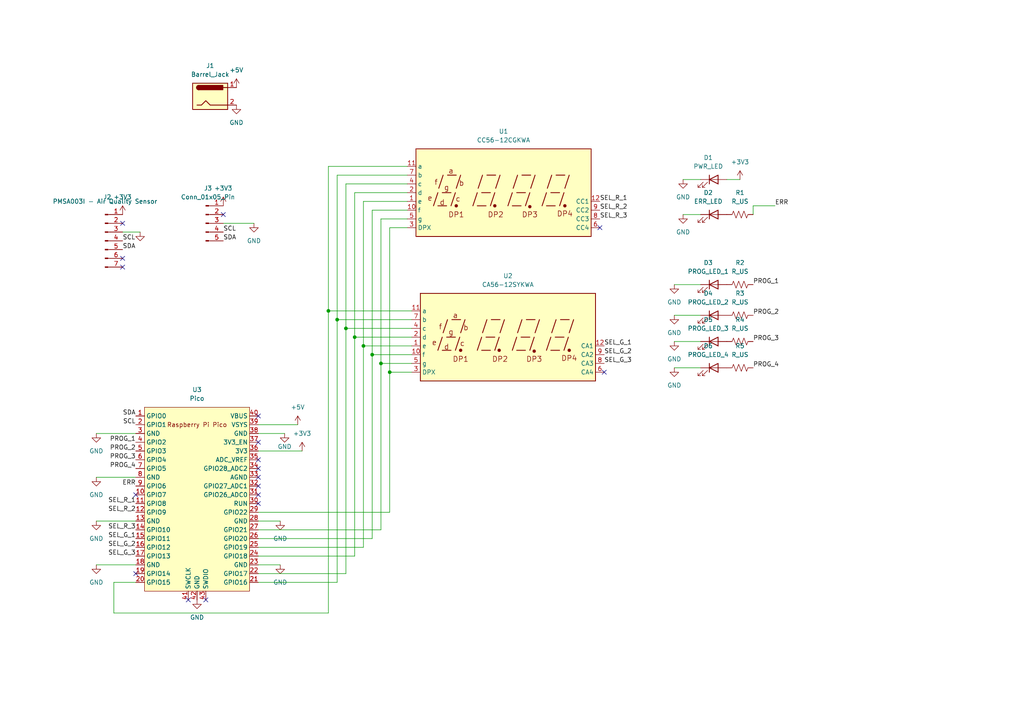
<source format=kicad_sch>
(kicad_sch (version 20230121) (generator eeschema)
  (paper "A4")
  (lib_symbols
    (symbol "Conn_01x07_Pin_1" (pin_names (offset 1.016) hide)
      (property "Reference" "J1" (at 0.635 12.7 0))
      (property "Value" "PMSA003I - Air Quality Sensor" (at 0.635 10.16 0))
      (symbol "Conn_01x07_Pin_1_1_1"
        (polyline (pts (xy 1.27 -7.62) (xy 0.8636 -7.62)) (stroke (width 0.1524)))
        (polyline (pts (xy 1.27 -5.08) (xy 0.8636 -5.08)) (stroke (width 0.1524)))
        (polyline (pts (xy 1.27 -2.54) (xy 0.8636 -2.54)) (stroke (width 0.1524)))
        (polyline (pts (xy 1.27 0) (xy 0.8636 0)) (stroke (width 0.1524)))
        (polyline (pts (xy 1.27 2.54) (xy 0.8636 2.54)) (stroke (width 0.1524)))
        (polyline (pts (xy 1.27 5.08) (xy 0.8636 5.08)) (stroke (width 0.1524)))
        (polyline (pts (xy 1.27 7.62) (xy 0.8636 7.62)) (stroke (width 0.1524)))
        (rectangle (start 0.8636 -7.493) (end 0 -7.747) (stroke (width 0.1524)) (fill (type outline)))
        (rectangle (start 0.8636 -4.953) (end 0 -5.207) (stroke (width 0.1524)) (fill (type outline)))
        (rectangle (start 0.8636 -2.413) (end 0 -2.667) (stroke (width 0.1524)) (fill (type outline)))
        (rectangle (start 0.8636 0.127) (end 0 -0.127) (stroke (width 0.1524)) (fill (type outline)))
        (rectangle (start 0.8636 2.667) (end 0 2.413) (stroke (width 0.1524)) (fill (type outline)))
        (rectangle (start 0.8636 5.207) (end 0 4.953) (stroke (width 0.1524)) (fill (type outline)))
        (rectangle (start 0.8636 7.747) (end 0 7.493) (stroke (width 0.1524)) (fill (type outline)))
        (pin passive line (at 5.08 7.62 180) (length 3.81) (name "VIN") (number "1"))
        (pin passive line (at 5.08 5.08 180) (length 3.81) (name "3Vo") (number "2"))
        (pin passive line (at 5.08 2.54 180) (length 3.81) (name "GND") (number "3"))
        (pin passive line (at 5.08 0 180) (length 3.81) (name "SCL") (number "4"))
        (pin passive line (at 5.08 -2.54 180) (length 3.81) (name "SDA") (number "5"))
        (pin passive line (at 5.08 -5.08 180) (length 3.81) (name "RST") (number "6"))
        (pin passive line (at 5.08 -7.62 180) (length 3.81) (name "SET") (number "7"))
      )
    )
    (symbol "Connector:Barrel_Jack" (pin_names (offset 1.016))
      (property "Reference" "J" (at 0 5.334 0))
      (property "Value" "Barrel_Jack" (at 0 -5.08 0))
      (symbol "Barrel_Jack_0_1"
        (rectangle (start -5.08 3.81) (end 5.08 -3.81) (stroke (width 0.254)) (fill (type background)))
        (arc (start -3.302 3.175) (mid -3.9343 2.54) (end -3.302 1.905) (stroke (width 0.254)))
        (arc (start -3.302 3.175) (mid -3.9343 2.54) (end -3.302 1.905) (stroke (width 0.254)) (fill (type outline)))
        (polyline (pts (xy 5.08 2.54) (xy 3.81 2.54)) (stroke (width 0.254)))
        (polyline (pts (xy -3.81 -2.54) (xy -2.54 -2.54) (xy -1.27 -1.27) (xy 0 -2.54) (xy 2.54 -2.54) (xy 5.08 -2.54)) (stroke (width 0.254)))
        (rectangle (start 3.683 3.175) (end -3.302 1.905) (stroke (width 0.254)) (fill (type outline)))
      )
      (symbol "Barrel_Jack_1_1"
        (pin passive line (at 7.62 2.54 180) (length 2.54) (name "~") (number "1"))
        (pin passive line (at 7.62 -2.54 180) (length 2.54) (name "~") (number "2"))
      )
    )
    (symbol "Connector:Conn_01x05_Pin" (pin_names (offset 1.016) hide)
      (property "Reference" "J" (at 0 7.62 0))
      (property "Value" "Conn_01x05_Pin" (at 0 -7.62 0))
      (symbol "Conn_01x05_Pin_1_1"
        (polyline (pts (xy 1.27 -5.08) (xy 0.8636 -5.08)) (stroke (width 0.1524)))
        (polyline (pts (xy 1.27 -2.54) (xy 0.8636 -2.54)) (stroke (width 0.1524)))
        (polyline (pts (xy 1.27 0) (xy 0.8636 0)) (stroke (width 0.1524)))
        (polyline (pts (xy 1.27 2.54) (xy 0.8636 2.54)) (stroke (width 0.1524)))
        (polyline (pts (xy 1.27 5.08) (xy 0.8636 5.08)) (stroke (width 0.1524)))
        (rectangle (start 0.8636 -4.953) (end 0 -5.207) (stroke (width 0.1524)) (fill (type outline)))
        (rectangle (start 0.8636 -2.413) (end 0 -2.667) (stroke (width 0.1524)) (fill (type outline)))
        (rectangle (start 0.8636 0.127) (end 0 -0.127) (stroke (width 0.1524)) (fill (type outline)))
        (rectangle (start 0.8636 2.667) (end 0 2.413) (stroke (width 0.1524)) (fill (type outline)))
        (rectangle (start 0.8636 5.207) (end 0 4.953) (stroke (width 0.1524)) (fill (type outline)))
        (pin passive line (at 5.08 5.08 180) (length 3.81) (name "Pin_1") (number "1"))
        (pin passive line (at 5.08 2.54 180) (length 3.81) (name "Pin_2") (number "2"))
        (pin passive line (at 5.08 0 180) (length 3.81) (name "Pin_3") (number "3"))
        (pin passive line (at 5.08 -2.54 180) (length 3.81) (name "Pin_4") (number "4"))
        (pin passive line (at 5.08 -5.08 180) (length 3.81) (name "Pin_5") (number "5"))
      )
    )
    (symbol "Device:LED" (pin_numbers hide) (pin_names (offset 1.016) hide)
      (property "Reference" "D" (at 0 2.54 0))
      (property "Value" "LED" (at 0 -2.54 0))
      (symbol "LED_0_1"
        (polyline (pts (xy -1.27 -1.27) (xy -1.27 1.27)) (stroke (width 0.254)))
        (polyline (pts (xy -1.27 0) (xy 1.27 0)))
        (polyline (pts (xy 1.27 -1.27) (xy 1.27 1.27) (xy -1.27 0) (xy 1.27 -1.27)) (stroke (width 0.254)))
        (polyline (pts (xy -3.048 -0.762) (xy -4.572 -2.286) (xy -3.81 -2.286) (xy -4.572 -2.286) (xy -4.572 -1.524)))
        (polyline (pts (xy -1.778 -0.762) (xy -3.302 -2.286) (xy -2.54 -2.286) (xy -3.302 -2.286) (xy -3.302 -1.524)))
      )
      (symbol "LED_1_1"
        (pin passive line (at -3.81 0 0) (length 2.54) (name "K") (number "1"))
        (pin passive line (at 3.81 0 180) (length 2.54) (name "A") (number "2"))
      )
    )
    (symbol "Device:R_US" (pin_numbers hide) (pin_names (offset 0))
      (property "Reference" "R" (at 2.54 0 90))
      (property "Value" "R_US" (at -2.54 0 90))
      (symbol "R_US_0_1"
        (polyline (pts (xy 0 -2.286) (xy 0 -2.54)))
        (polyline (pts (xy 0 2.286) (xy 0 2.54)))
        (polyline (pts (xy 0 -0.762) (xy 1.016 -1.143) (xy 0 -1.524) (xy -1.016 -1.905) (xy 0 -2.286)))
        (polyline (pts (xy 0 0.762) (xy 1.016 0.381) (xy 0 0) (xy -1.016 -0.381) (xy 0 -0.762)))
        (polyline (pts (xy 0 2.286) (xy 1.016 1.905) (xy 0 1.524) (xy -1.016 1.143) (xy 0 0.762)))
      )
      (symbol "R_US_1_1"
        (pin passive line (at 0 3.81 270) (length 1.27) (name "~") (number "1"))
        (pin passive line (at 0 -3.81 90) (length 1.27) (name "~") (number "2"))
      )
    )
    (symbol "Display_Character:CA56-12SYKWA"
      (property "Reference" "U" (at -24.13 13.97 0))
      (property "Value" "CA56-12SYKWA" (at 17.78 13.97 0))
      (symbol "CA56-12SYKWA_0_0"
        (rectangle (start -25.4 12.7) (end 25.4 -12.7) (stroke (width 0.254)) (fill (type background)))
        (polyline (pts (xy -20.32 -3.81) (xy -19.05 0)) (stroke (width 0.254)))
        (polyline (pts (xy -19.05 -3.81) (xy -16.51 -3.81)) (stroke (width 0.254)))
        (polyline (pts (xy -18.796 1.27) (xy -17.526 5.08)) (stroke (width 0.254)))
        (polyline (pts (xy -17.78 0) (xy -15.24 0)) (stroke (width 0.254)))
        (polyline (pts (xy -16.256 5.08) (xy -13.716 5.08)) (stroke (width 0.254)))
        (polyline (pts (xy -15.24 -3.81) (xy -13.97 0)) (stroke (width 0.254)))
        (polyline (pts (xy -13.716 1.27) (xy -12.446 5.08)) (stroke (width 0.254)))
        (polyline (pts (xy -8.89 -3.81) (xy -7.62 0)) (stroke (width 0.254)))
        (polyline (pts (xy -7.62 -3.81) (xy -5.08 -3.81)) (stroke (width 0.254)))
        (polyline (pts (xy -7.366 1.27) (xy -6.096 5.08)) (stroke (width 0.254)))
        (polyline (pts (xy -6.35 0) (xy -3.81 0)) (stroke (width 0.254)))
        (polyline (pts (xy -4.826 5.08) (xy -2.286 5.08)) (stroke (width 0.254)))
        (polyline (pts (xy -3.81 -3.81) (xy -2.54 0)) (stroke (width 0.254)))
        (polyline (pts (xy -2.286 1.27) (xy -1.016 5.08)) (stroke (width 0.254)))
        (polyline (pts (xy 1.27 -3.81) (xy 2.54 0)) (stroke (width 0.254)))
        (polyline (pts (xy 2.54 -3.81) (xy 5.08 -3.81)) (stroke (width 0.254)))
        (polyline (pts (xy 2.794 1.27) (xy 4.064 5.08)) (stroke (width 0.254)))
        (polyline (pts (xy 3.81 0) (xy 6.35 0)) (stroke (width 0.254)))
        (polyline (pts (xy 5.334 5.08) (xy 7.874 5.08)) (stroke (width 0.254)))
        (polyline (pts (xy 6.35 -3.81) (xy 7.62 0)) (stroke (width 0.254)))
        (polyline (pts (xy 7.874 1.27) (xy 9.144 5.08)) (stroke (width 0.254)))
        (polyline (pts (xy 11.176 -3.81) (xy 12.446 0)) (stroke (width 0.254)))
        (polyline (pts (xy 12.446 -3.81) (xy 14.986 -3.81)) (stroke (width 0.254)))
        (polyline (pts (xy 12.7 1.27) (xy 13.97 5.08)) (stroke (width 0.254)))
        (polyline (pts (xy 13.716 0) (xy 16.256 0)) (stroke (width 0.254)))
        (polyline (pts (xy 15.24 5.08) (xy 17.78 5.08)) (stroke (width 0.254)))
        (polyline (pts (xy 16.256 -3.81) (xy 17.526 0)) (stroke (width 0.254)))
        (polyline (pts (xy 17.78 1.27) (xy 19.05 5.08)) (stroke (width 0.254)))
        (text "a" (at -15.24 6.35 0) (effects (font (size 1.524 1.524))))
        (text "b" (at -12.192 2.794 0) (effects (font (size 1.524 1.524))))
        (text "c" (at -13.208 -1.778 0) (effects (font (size 1.524 1.524))))
        (text "d" (at -17.78 -2.794 0) (effects (font (size 1.524 1.524))))
        (text "DP1" (at -13.716 -6.35 0) (effects (font (size 1.524 1.524))))
        (text "DP2" (at -2.286 -6.35 0) (effects (font (size 1.524 1.524))))
        (text "DP3" (at 7.62 -6.35 0) (effects (font (size 1.524 1.524))))
        (text "DP4" (at 17.78 -6.096 0) (effects (font (size 1.524 1.524))))
        (text "e" (at -21.336 -1.524 0) (effects (font (size 1.524 1.524))))
        (text "f" (at -19.558 3.048 0) (effects (font (size 1.524 1.524))))
        (text "g" (at -16.51 1.524 0) (effects (font (size 1.524 1.524))))
      )
      (symbol "CA56-12SYKWA_0_1"
        (circle (center -13.716 -3.81) (radius 0.3556) (stroke (width 0.254)) (fill (type outline)))
        (circle (center -2.54 -3.81) (radius 0.3556) (stroke (width 0.254)) (fill (type outline)))
      )
      (symbol "CA56-12SYKWA_1_0"
        (circle (center 7.62 -4.064) (radius 0.3556) (stroke (width 0.254)) (fill (type outline)))
        (circle (center 17.78 -3.81) (radius 0.3556) (stroke (width 0.254)) (fill (type outline)))
      )
      (symbol "CA56-12SYKWA_1_1"
        (pin input line (at -27.94 -2.54 0) (length 2.54) (name "e") (number "1"))
        (pin input line (at -27.94 -5.08 0) (length 2.54) (name "f") (number "10"))
        (pin input line (at -27.94 7.62 0) (length 2.54) (name "a") (number "11"))
        (pin input line (at 27.94 -2.54 180) (length 2.54) (name "CA1") (number "12"))
        (pin input line (at -27.94 0 0) (length 2.54) (name "d") (number "2"))
        (pin input line (at -27.94 -10.16 0) (length 2.54) (name "DPX") (number "3"))
        (pin input line (at -27.94 2.54 0) (length 2.54) (name "c") (number "4"))
        (pin input line (at -27.94 -7.62 0) (length 2.54) (name "g") (number "5"))
        (pin input line (at 27.94 -10.16 180) (length 2.54) (name "CA4") (number "6"))
        (pin input line (at -27.94 5.08 0) (length 2.54) (name "b") (number "7"))
        (pin input line (at 27.94 -7.62 180) (length 2.54) (name "CA3") (number "8"))
        (pin input line (at 27.94 -5.08 180) (length 2.54) (name "CA2") (number "9"))
      )
    )
    (symbol "Display_Character:CC56-12CGKWA"
      (property "Reference" "U" (at -24.13 13.97 0))
      (property "Value" "CC56-12CGKWA" (at 17.78 13.97 0))
      (symbol "CC56-12CGKWA_0_0"
        (rectangle (start -25.4 12.7) (end 25.4 -12.7) (stroke (width 0.254)) (fill (type background)))
        (polyline (pts (xy -20.32 -3.81) (xy -19.05 0)) (stroke (width 0.254)))
        (polyline (pts (xy -19.05 -3.81) (xy -16.51 -3.81)) (stroke (width 0.254)))
        (polyline (pts (xy -18.796 1.27) (xy -17.526 5.08)) (stroke (width 0.254)))
        (polyline (pts (xy -17.78 0) (xy -15.24 0)) (stroke (width 0.254)))
        (polyline (pts (xy -16.256 5.08) (xy -13.716 5.08)) (stroke (width 0.254)))
        (polyline (pts (xy -15.24 -3.81) (xy -13.97 0)) (stroke (width 0.254)))
        (polyline (pts (xy -13.716 1.27) (xy -12.446 5.08)) (stroke (width 0.254)))
        (polyline (pts (xy -8.89 -3.81) (xy -7.62 0)) (stroke (width 0.254)))
        (polyline (pts (xy -7.62 -3.81) (xy -5.08 -3.81)) (stroke (width 0.254)))
        (polyline (pts (xy -7.366 1.27) (xy -6.096 5.08)) (stroke (width 0.254)))
        (polyline (pts (xy -6.35 0) (xy -3.81 0)) (stroke (width 0.254)))
        (polyline (pts (xy -4.826 5.08) (xy -2.286 5.08)) (stroke (width 0.254)))
        (polyline (pts (xy -3.81 -3.81) (xy -2.54 0)) (stroke (width 0.254)))
        (polyline (pts (xy -2.286 1.27) (xy -1.016 5.08)) (stroke (width 0.254)))
        (polyline (pts (xy 1.27 -3.81) (xy 2.54 0)) (stroke (width 0.254)))
        (polyline (pts (xy 2.54 -3.81) (xy 5.08 -3.81)) (stroke (width 0.254)))
        (polyline (pts (xy 2.794 1.27) (xy 4.064 5.08)) (stroke (width 0.254)))
        (polyline (pts (xy 3.81 0) (xy 6.35 0)) (stroke (width 0.254)))
        (polyline (pts (xy 5.334 5.08) (xy 7.874 5.08)) (stroke (width 0.254)))
        (polyline (pts (xy 6.35 -3.81) (xy 7.62 0)) (stroke (width 0.254)))
        (polyline (pts (xy 7.874 1.27) (xy 9.144 5.08)) (stroke (width 0.254)))
        (polyline (pts (xy 11.176 -3.81) (xy 12.446 0)) (stroke (width 0.254)))
        (polyline (pts (xy 12.446 -3.81) (xy 14.986 -3.81)) (stroke (width 0.254)))
        (polyline (pts (xy 12.7 1.27) (xy 13.97 5.08)) (stroke (width 0.254)))
        (polyline (pts (xy 13.716 0) (xy 16.256 0)) (stroke (width 0.254)))
        (polyline (pts (xy 15.24 5.08) (xy 17.78 5.08)) (stroke (width 0.254)))
        (polyline (pts (xy 16.256 -3.81) (xy 17.526 0)) (stroke (width 0.254)))
        (polyline (pts (xy 17.78 1.27) (xy 19.05 5.08)) (stroke (width 0.254)))
        (text "a" (at -15.24 6.35 0) (effects (font (size 1.524 1.524))))
        (text "b" (at -12.192 2.794 0) (effects (font (size 1.524 1.524))))
        (text "c" (at -13.208 -1.778 0) (effects (font (size 1.524 1.524))))
        (text "d" (at -17.78 -2.794 0) (effects (font (size 1.524 1.524))))
        (text "DP1" (at -13.716 -6.35 0) (effects (font (size 1.524 1.524))))
        (text "DP2" (at -2.286 -6.35 0) (effects (font (size 1.524 1.524))))
        (text "DP3" (at 7.62 -6.35 0) (effects (font (size 1.524 1.524))))
        (text "DP4" (at 17.78 -6.096 0) (effects (font (size 1.524 1.524))))
        (text "e" (at -21.336 -1.524 0) (effects (font (size 1.524 1.524))))
        (text "f" (at -19.558 3.048 0) (effects (font (size 1.524 1.524))))
        (text "g" (at -16.51 1.524 0) (effects (font (size 1.524 1.524))))
      )
      (symbol "CC56-12CGKWA_0_1"
        (circle (center -13.716 -3.81) (radius 0.3556) (stroke (width 0.254)) (fill (type outline)))
        (circle (center -2.54 -3.81) (radius 0.3556) (stroke (width 0.254)) (fill (type outline)))
      )
      (symbol "CC56-12CGKWA_1_0"
        (circle (center 7.62 -4.064) (radius 0.3556) (stroke (width 0.254)) (fill (type outline)))
        (circle (center 17.78 -3.81) (radius 0.3556) (stroke (width 0.254)) (fill (type outline)))
      )
      (symbol "CC56-12CGKWA_1_1"
        (pin input line (at -27.94 -2.54 0) (length 2.54) (name "e") (number "1"))
        (pin input line (at -27.94 -5.08 0) (length 2.54) (name "f") (number "10"))
        (pin input line (at -27.94 7.62 0) (length 2.54) (name "a") (number "11"))
        (pin input line (at 27.94 -2.54 180) (length 2.54) (name "CC1") (number "12"))
        (pin input line (at -27.94 0 0) (length 2.54) (name "d") (number "2"))
        (pin input line (at -27.94 -10.16 0) (length 2.54) (name "DPX") (number "3"))
        (pin input line (at -27.94 2.54 0) (length 2.54) (name "c") (number "4"))
        (pin input line (at -27.94 -7.62 0) (length 2.54) (name "g") (number "5"))
        (pin input line (at 27.94 -10.16 180) (length 2.54) (name "CC4") (number "6"))
        (pin input line (at -27.94 5.08 0) (length 2.54) (name "b") (number "7"))
        (pin input line (at 27.94 -7.62 180) (length 2.54) (name "CC3") (number "8"))
        (pin input line (at 27.94 -5.08 180) (length 2.54) (name "CC2") (number "9"))
      )
    )
    (symbol "MCU_RaspberryPi_and_Boards:Pico"
      (property "Reference" "U" (at -13.97 27.94 0))
      (property "Value" "Pico" (at 0 19.05 0))
      (symbol "Pico_0_0"
        (text "Raspberry Pi Pico" (at 0 21.59 0) (effects (font (size 1.27 1.27))))
      )
      (symbol "Pico_0_1"
        (rectangle (start -15.24 26.67) (end 15.24 -26.67) (fill (type background)))
      )
      (symbol "Pico_1_1"
        (pin bidirectional line (at -17.78 24.13 0) (length 2.54) (name "GPIO0") (number "1"))
        (pin bidirectional line (at -17.78 1.27 0) (length 2.54) (name "GPIO7") (number "10"))
        (pin bidirectional line (at -17.78 -1.27 0) (length 2.54) (name "GPIO8") (number "11"))
        (pin bidirectional line (at -17.78 -3.81 0) (length 2.54) (name "GPIO9") (number "12"))
        (pin power_in line (at -17.78 -6.35 0) (length 2.54) (name "GND") (number "13"))
        (pin bidirectional line (at -17.78 -8.89 0) (length 2.54) (name "GPIO10") (number "14"))
        (pin bidirectional line (at -17.78 -11.43 0) (length 2.54) (name "GPIO11") (number "15"))
        (pin bidirectional line (at -17.78 -13.97 0) (length 2.54) (name "GPIO12") (number "16"))
        (pin bidirectional line (at -17.78 -16.51 0) (length 2.54) (name "GPIO13") (number "17"))
        (pin power_in line (at -17.78 -19.05 0) (length 2.54) (name "GND") (number "18"))
        (pin bidirectional line (at -17.78 -21.59 0) (length 2.54) (name "GPIO14") (number "19"))
        (pin bidirectional line (at -17.78 21.59 0) (length 2.54) (name "GPIO1") (number "2"))
        (pin bidirectional line (at -17.78 -24.13 0) (length 2.54) (name "GPIO15") (number "20"))
        (pin bidirectional line (at 17.78 -24.13 180) (length 2.54) (name "GPIO16") (number "21"))
        (pin bidirectional line (at 17.78 -21.59 180) (length 2.54) (name "GPIO17") (number "22"))
        (pin power_in line (at 17.78 -19.05 180) (length 2.54) (name "GND") (number "23"))
        (pin bidirectional line (at 17.78 -16.51 180) (length 2.54) (name "GPIO18") (number "24"))
        (pin bidirectional line (at 17.78 -13.97 180) (length 2.54) (name "GPIO19") (number "25"))
        (pin bidirectional line (at 17.78 -11.43 180) (length 2.54) (name "GPIO20") (number "26"))
        (pin bidirectional line (at 17.78 -8.89 180) (length 2.54) (name "GPIO21") (number "27"))
        (pin power_in line (at 17.78 -6.35 180) (length 2.54) (name "GND") (number "28"))
        (pin bidirectional line (at 17.78 -3.81 180) (length 2.54) (name "GPIO22") (number "29"))
        (pin power_in line (at -17.78 19.05 0) (length 2.54) (name "GND") (number "3"))
        (pin input line (at 17.78 -1.27 180) (length 2.54) (name "RUN") (number "30"))
        (pin bidirectional line (at 17.78 1.27 180) (length 2.54) (name "GPIO26_ADC0") (number "31"))
        (pin bidirectional line (at 17.78 3.81 180) (length 2.54) (name "GPIO27_ADC1") (number "32"))
        (pin power_in line (at 17.78 6.35 180) (length 2.54) (name "AGND") (number "33"))
        (pin bidirectional line (at 17.78 8.89 180) (length 2.54) (name "GPIO28_ADC2") (number "34"))
        (pin power_in line (at 17.78 11.43 180) (length 2.54) (name "ADC_VREF") (number "35"))
        (pin power_in line (at 17.78 13.97 180) (length 2.54) (name "3V3") (number "36"))
        (pin input line (at 17.78 16.51 180) (length 2.54) (name "3V3_EN") (number "37"))
        (pin bidirectional line (at 17.78 19.05 180) (length 2.54) (name "GND") (number "38"))
        (pin power_in line (at 17.78 21.59 180) (length 2.54) (name "VSYS") (number "39"))
        (pin bidirectional line (at -17.78 16.51 0) (length 2.54) (name "GPIO2") (number "4"))
        (pin power_in line (at 17.78 24.13 180) (length 2.54) (name "VBUS") (number "40"))
        (pin input line (at -2.54 -29.21 90) (length 2.54) (name "SWCLK") (number "41"))
        (pin power_in line (at 0 -29.21 90) (length 2.54) (name "GND") (number "42"))
        (pin bidirectional line (at 2.54 -29.21 90) (length 2.54) (name "SWDIO") (number "43"))
        (pin bidirectional line (at -17.78 13.97 0) (length 2.54) (name "GPIO3") (number "5"))
        (pin bidirectional line (at -17.78 11.43 0) (length 2.54) (name "GPIO4") (number "6"))
        (pin bidirectional line (at -17.78 8.89 0) (length 2.54) (name "GPIO5") (number "7"))
        (pin power_in line (at -17.78 6.35 0) (length 2.54) (name "GND") (number "8"))
        (pin bidirectional line (at -17.78 3.81 0) (length 2.54) (name "GPIO6") (number "9"))
      )
    )
    (symbol "power:+3V3" (power) (pin_names (offset 0))
      (property "Value" "+3V3" (at 0 3.556 0))
      (symbol "+3V3_0_1"
        (polyline (pts (xy -0.762 1.27) (xy 0 2.54)))
        (polyline (pts (xy 0 0) (xy 0 2.54)))
        (polyline (pts (xy 0 2.54) (xy 0.762 1.27)))
      )
      (symbol "+3V3_1_1"
        (pin power_in line (at 0 0 90) (length 0) hide (name "+3V3") (number "1"))
      )
    )
    (symbol "power:+5V" (power) (pin_names (offset 0))
      (property "Value" "+5V" (at 0 3.556 0))
      (symbol "+5V_0_1"
        (polyline (pts (xy -0.762 1.27) (xy 0 2.54)))
        (polyline (pts (xy 0 0) (xy 0 2.54)))
        (polyline (pts (xy 0 2.54) (xy 0.762 1.27)))
      )
      (symbol "+5V_1_1"
        (pin power_in line (at 0 0 90) (length 0) hide (name "+5V") (number "1"))
      )
    )
    (symbol "power:GND" (power) (pin_names (offset 0))
      (property "Value" "GND" (at 0 -3.81 0))
      (symbol "GND_0_1"
        (polyline (pts (xy 0 0) (xy 0 -1.27) (xy 1.27 -1.27) (xy 0 -2.54) (xy -1.27 -1.27) (xy 0 -1.27)))
      )
      (symbol "GND_1_1"
        (pin power_in line (at 0 0 270) (length 0) hide (name "GND") (number "1"))
      )
    )
  )
  (junction (at 100.33 95.25))
  (junction (at 97.79 92.71))
  (junction (at 113.03 107.95))
  (junction (at 105.41 100.33))
  (junction (at 110.49 105.41))
  (junction (at 95.25 90.17))
  (junction (at 102.87 97.79))
  (junction (at 107.95 102.87))
  (no_connect (at 74.93 140.97))
  (no_connect (at 64.77 62.23))
  (no_connect (at 35.56 74.93))
  (no_connect (at 74.93 120.65))
  (no_connect (at 35.56 64.77))
  (no_connect (at 74.93 143.51))
  (no_connect (at 39.37 143.51))
  (no_connect (at 39.37 166.37))
  (no_connect (at 74.93 135.89))
  (no_connect (at 54.61 173.99))
  (no_connect (at 59.69 173.99))
  (no_connect (at 173.99 66.04))
  (no_connect (at 74.93 128.27))
  (no_connect (at 35.56 77.47))
  (no_connect (at 74.93 146.05))
  (no_connect (at 175.26 107.95))
  (no_connect (at 74.93 133.35))
  (no_connect (at 74.93 138.43))
  (wire (pts (xy 218.44 59.69) (xy 218.44 62.23)))
  (wire (pts (xy 110.49 105.41) (xy 110.49 153.67)))
  (wire (pts (xy 102.87 55.88) (xy 118.11 55.88)))
  (wire (pts (xy 100.33 95.25) (xy 100.33 166.37)))
  (wire (pts (xy 119.38 97.79) (xy 102.87 97.79)))
  (wire (pts (xy 97.79 168.91) (xy 74.93 168.91)))
  (wire (pts (xy 95.25 90.17) (xy 95.25 48.26)))
  (wire (pts (xy 107.95 60.96) (xy 118.11 60.96)))
  (wire (pts (xy 95.25 177.8) (xy 33.02 177.8)))
  (wire (pts (xy 118.11 66.04) (xy 113.03 66.04)))
  (wire (pts (xy 74.93 163.83) (xy 81.28 163.83)))
  (wire (pts (xy 210.82 52.07) (xy 214.63 52.07)))
  (wire (pts (xy 110.49 153.67) (xy 74.93 153.67)))
  (wire (pts (xy 97.79 92.71) (xy 97.79 168.91)))
  (wire (pts (xy 113.03 66.04) (xy 113.03 107.95)))
  (wire (pts (xy 224.79 59.69) (xy 218.44 59.69)))
  (wire (pts (xy 27.94 151.13) (xy 39.37 151.13)))
  (wire (pts (xy 105.41 100.33) (xy 105.41 158.75)))
  (wire (pts (xy 105.41 100.33) (xy 105.41 58.42)))
  (wire (pts (xy 95.25 90.17) (xy 95.25 177.8)))
  (wire (pts (xy 35.56 67.31) (xy 40.64 67.31)))
  (wire (pts (xy 95.25 48.26) (xy 118.11 48.26)))
  (wire (pts (xy 107.95 156.21) (xy 74.93 156.21)))
  (wire (pts (xy 195.58 106.68) (xy 203.2 106.68)))
  (wire (pts (xy 74.93 130.81) (xy 87.63 130.81)))
  (wire (pts (xy 105.41 158.75) (xy 74.93 158.75)))
  (wire (pts (xy 97.79 50.8) (xy 118.11 50.8)))
  (wire (pts (xy 119.38 90.17) (xy 95.25 90.17)))
  (wire (pts (xy 119.38 92.71) (xy 97.79 92.71)))
  (wire (pts (xy 74.93 125.73) (xy 82.55 125.73)))
  (wire (pts (xy 110.49 63.5) (xy 118.11 63.5)))
  (wire (pts (xy 113.03 148.59) (xy 74.93 148.59)))
  (wire (pts (xy 195.58 99.06) (xy 203.2 99.06)))
  (wire (pts (xy 74.93 123.19) (xy 86.36 123.19)))
  (wire (pts (xy 33.02 177.8) (xy 33.02 168.91)))
  (wire (pts (xy 195.58 91.44) (xy 203.2 91.44)))
  (wire (pts (xy 119.38 102.87) (xy 107.95 102.87)))
  (wire (pts (xy 102.87 97.79) (xy 102.87 55.88)))
  (wire (pts (xy 195.58 82.55) (xy 203.2 82.55)))
  (wire (pts (xy 198.12 52.07) (xy 203.2 52.07)))
  (wire (pts (xy 27.94 138.43) (xy 39.37 138.43)))
  (wire (pts (xy 97.79 92.71) (xy 97.79 50.8)))
  (wire (pts (xy 102.87 97.79) (xy 102.87 161.29)))
  (wire (pts (xy 110.49 105.41) (xy 110.49 63.5)))
  (wire (pts (xy 113.03 107.95) (xy 113.03 148.59)))
  (wire (pts (xy 27.94 125.73) (xy 39.37 125.73)))
  (wire (pts (xy 119.38 95.25) (xy 100.33 95.25)))
  (wire (pts (xy 27.94 163.83) (xy 39.37 163.83)))
  (wire (pts (xy 64.77 64.77) (xy 73.66 64.77)))
  (wire (pts (xy 33.02 168.91) (xy 39.37 168.91)))
  (wire (pts (xy 113.03 107.95) (xy 119.38 107.95)))
  (wire (pts (xy 107.95 102.87) (xy 107.95 156.21)))
  (wire (pts (xy 100.33 166.37) (xy 74.93 166.37)))
  (wire (pts (xy 100.33 53.34) (xy 118.11 53.34)))
  (wire (pts (xy 105.41 58.42) (xy 118.11 58.42)))
  (wire (pts (xy 119.38 100.33) (xy 105.41 100.33)))
  (wire (pts (xy 102.87 161.29) (xy 74.93 161.29)))
  (wire (pts (xy 74.93 151.13) (xy 81.28 151.13)))
  (wire (pts (xy 107.95 102.87) (xy 107.95 60.96)))
  (wire (pts (xy 198.12 62.23) (xy 203.2 62.23)))
  (wire (pts (xy 100.33 95.25) (xy 100.33 53.34)))
  (wire (pts (xy 119.38 105.41) (xy 110.49 105.41)))
  (label "PROG_4" (at 39.37 135.89 180))
  (label "SCL" (at 64.77 67.31 0))
  (label "SEL_R_2" (at 39.37 148.59 180))
  (label "PROG_1" (at 218.44 82.55 0))
  (label "SEL_G_3" (at 39.37 161.29 180))
  (label "SDA" (at 39.37 120.65 180))
  (label "PROG_3" (at 218.44 99.06 0))
  (label "PROG_3" (at 39.37 133.35 180))
  (label "SDA" (at 64.77 69.85 0))
  (label "SEL_R_3" (at 173.99 63.5 0))
  (label "PROG_4" (at 218.44 106.68 0))
  (label "ERR" (at 39.37 140.97 180))
  (label "SEL_G_3" (at 175.26 105.41 0))
  (label "SEL_G_2" (at 39.37 158.75 180))
  (label "PROG_2" (at 39.37 130.81 180))
  (label "SCL" (at 35.56 69.85 0))
  (label "SEL_G_1" (at 39.37 156.21 180))
  (label "SDA" (at 35.56 72.39 0))
  (label "SEL_G_2" (at 175.26 102.87 0))
  (label "SEL_R_2" (at 173.99 60.96 0))
  (label "PROG_1" (at 39.37 128.27 180))
  (label "SEL_G_1" (at 175.26 100.33 0))
  (label "PROG_2" (at 218.44 91.44 0))
  (label "SCL" (at 39.37 123.19 180))
  (label "SEL_R_3" (at 39.37 153.67 180))
  (label "SEL_R_1" (at 39.37 146.05 180))
  (label "SEL_R_1" (at 173.99 58.42 0))
  (label "ERR" (at 224.79 59.69 0))
  (symbol (lib_id "Device:LED") (at 207.01 91.44 0) (unit 1)
    (property "Reference" "D4" (at 205.4225 85.09 0))
    (property "Value" "PROG_LED_2" (at 205.4225 87.63 0))
    (property "Footprint" "LED_THT:LED_D5.0mm" (effects hide))
  )
  (symbol (lib_id "power:GND") (at 73.66 64.77 0) (unit 1)
    (property "Reference" "#PWR02" (effects hide))
    (property "Value" "GND" (at 73.66 69.85 0))
  )
  (symbol (lib_id "Device:LED") (at 207.01 62.23 0) (unit 1)
    (property "Reference" "D2" (at 205.4225 55.88 0))
    (property "Value" "ERR_LED" (at 205.4225 58.42 0))
    (property "Footprint" "LED_THT:LED_D10.0mm" (effects hide))
  )
  (symbol (lib_id "power:+5V") (at 68.58 25.4 0) (unit 1)
    (property "Reference" "#PWR022" (effects hide))
    (property "Value" "+5V" (at 68.58 20.32 0))
  )
  (symbol (lib_id "Device:R_US") (at 214.63 106.68 90) (unit 1)
    (property "Reference" "R5" (at 214.63 100.33 90))
    (property "Value" "R_US" (at 214.63 102.87 90))
    (property "Footprint" "Resistor_THT:R_Axial_DIN0207_L6.3mm_D2.5mm_P10.16mm_Horizontal" (effects hide))
  )
  (symbol (lib_id "MCU_RaspberryPi_and_Boards:Pico") (at 57.15 144.78 0) (unit 1)
    (property "Reference" "U3" (at 57.15 113.03 0))
    (property "Value" "Pico" (at 57.15 115.57 0))
    (property "Footprint" "MCU_RaspberryPi_and_Boards:RPi_Pico_SMD_TH" (effects hide))
  )
  (symbol (lib_id "Device:R_US") (at 214.63 62.23 90) (unit 1)
    (property "Reference" "R1" (at 214.63 55.88 90))
    (property "Value" "R_US" (at 214.63 58.42 90))
    (property "Footprint" "Resistor_THT:R_Axial_DIN0207_L6.3mm_D2.5mm_P10.16mm_Horizontal" (effects hide))
  )
  (symbol (lib_id "power:GND") (at 81.28 163.83 0) (unit 1)
    (property "Reference" "#PWR015" (effects hide))
    (property "Value" "GND" (at 81.28 168.91 0))
  )
  (symbol (lib_id "power:+3V3") (at 87.63 130.81 0) (unit 1)
    (property "Reference" "#PWR021" (effects hide))
    (property "Value" "+3V3" (at 87.63 125.73 0))
  )
  (symbol (lib_id "Device:LED") (at 207.01 52.07 0) (unit 1)
    (property "Reference" "D1" (at 205.4225 45.72 0))
    (property "Value" "PWR_LED" (at 205.4225 48.26 0))
    (property "Footprint" "LED_THT:LED_D10.0mm" (effects hide))
  )
  (symbol (lib_id "power:GND") (at 27.94 138.43 0) (unit 1)
    (property "Reference" "#PWR019" (effects hide))
    (property "Value" "GND" (at 27.94 143.51 0))
  )
  (symbol (lib_id "Device:LED") (at 207.01 106.68 0) (unit 1)
    (property "Reference" "D6" (at 205.4225 100.33 0))
    (property "Value" "PROG_LED_4" (at 205.4225 102.87 0))
    (property "Footprint" "LED_THT:LED_D5.0mm" (effects hide))
  )
  (symbol (lib_id "Device:LED") (at 207.01 99.06 0) (unit 1)
    (property "Reference" "D5" (at 205.4225 92.71 0))
    (property "Value" "PROG_LED_3" (at 205.4225 95.25 0))
    (property "Footprint" "LED_THT:LED_D5.0mm" (effects hide))
  )
  (symbol (lib_id "power:GND") (at 195.58 99.06 0) (unit 1)
    (property "Reference" "#PWR010" (effects hide))
    (property "Value" "GND" (at 195.58 104.14 0))
  )
  (symbol (lib_id "power:GND") (at 195.58 91.44 0) (unit 1)
    (property "Reference" "#PWR09" (effects hide))
    (property "Value" "GND" (at 195.58 96.52 0))
  )
  (symbol (lib_id "power:GND") (at 27.94 163.83 0) (unit 1)
    (property "Reference" "#PWR017" (effects hide))
    (property "Value" "GND" (at 27.94 168.91 0))
  )
  (symbol (lib_id "power:+3V3") (at 214.63 52.07 0) (unit 1)
    (property "Reference" "#PWR07" (effects hide))
    (property "Value" "+3V3" (at 214.63 46.99 0))
  )
  (symbol (lib_id "power:GND") (at 82.55 125.73 0) (unit 1)
    (property "Reference" "#PWR013" (effects hide))
    (property "Value" "GND" (at 82.55 129.54 0))
  )
  (symbol (lib_id "power:+3V3") (at 64.77 59.69 0) (unit 1)
    (property "Reference" "#PWR03" (effects hide))
    (property "Value" "+3V3" (at 64.77 54.61 0))
  )
  (symbol (lib_id "power:GND") (at 198.12 52.07 0) (unit 1)
    (property "Reference" "#PWR06" (effects hide))
    (property "Value" "GND" (at 198.12 57.15 0))
  )
  (symbol (lib_id "Display_Character:CA56-12SYKWA") (at 147.32 97.79 0) (unit 1)
    (property "Reference" "U2" (at 147.32 80.01 0))
    (property "Value" "CA56-12SYKWA" (at 147.32 82.55 0))
    (property "Footprint" "Display_7Segment:CA56-12SYKWA" (effects hide))
    (property "Datasheet" "http://www.kingbright.com/attachments/file/psearch/000/00/00/CA56-12SYKWA(Ver.6A).pdf" (effects hide))
  )
  (symbol (lib_id "Device:LED") (at 207.01 82.55 0) (unit 1)
    (property "Reference" "D3" (at 205.4225 76.2 0))
    (property "Value" "PROG_LED_1" (at 205.4225 78.74 0))
    (property "Footprint" "LED_THT:LED_D5.0mm" (effects hide))
  )
  (symbol (lib_id "Connector:Conn_01x05_Pin") (at 59.69 64.77 0) (unit 1)
    (property "Reference" "J3" (at 60.325 54.61 0))
    (property "Value" "Conn_01x05_Pin" (at 60.325 57.15 0))
    (property "Footprint" "Connector_PinHeader_2.54mm:PinHeader_1x05_P2.54mm_Vertical" (effects hide))
  )
  (symbol (lib_id "power:GND") (at 81.28 151.13 0) (unit 1)
    (property "Reference" "#PWR014" (effects hide))
    (property "Value" "GND" (at 81.28 156.21 0))
  )
  (symbol (lib_id "power:GND") (at 27.94 125.73 0) (unit 1)
    (property "Reference" "#PWR020" (effects hide))
    (property "Value" "GND" (at 27.94 130.81 0))
  )
  (symbol (lib_id "Display_Character:CC56-12CGKWA") (at 146.05 55.88 0) (unit 1)
    (property "Reference" "U1" (at 146.05 38.1 0))
    (property "Value" "CC56-12CGKWA" (at 146.05 40.64 0))
    (property "Footprint" "Display_7Segment:CA56-12CGKWA" (effects hide))
    (property "Datasheet" "http://www.kingbright.com/attachments/file/psearch/000/00/00/CC56-12CGKWA(Ver.8A).pdf" (effects hide))
  )
  (symbol (lib_id "power:+3V3") (at 35.56 62.23 0) (unit 1)
    (property "Reference" "#PWR04" (effects hide))
    (property "Value" "+3V3" (at 35.56 57.15 0))
  )
  (symbol (lib_id "power:GND") (at 195.58 106.68 0) (unit 1)
    (property "Reference" "#PWR011" (effects hide))
    (property "Value" "GND" (at 195.58 111.76 0))
  )
  (symbol (lib_id "Device:R_US") (at 214.63 99.06 90) (unit 1)
    (property "Reference" "R4" (at 214.63 92.71 90))
    (property "Value" "R_US" (at 214.63 95.25 90))
    (property "Footprint" "Resistor_THT:R_Axial_DIN0207_L6.3mm_D2.5mm_P10.16mm_Horizontal" (effects hide))
  )
  (symbol (lib_name "Conn_01x07_Pin_1") (lib_id "Connector:Conn_01x07_Pin") (at 30.48 69.85 0) (unit 1)
    (property "Reference" "J2" (at 31.115 57.15 0))
    (property "Value" "PMSA003I - Air Quality Sensor" (at 30.48 58.42 0))
    (property "Footprint" "Connector_PinSocket_2.54mm:PinSocket_1x07_P2.54mm_Vertical" (effects hide))
  )
  (symbol (lib_id "Device:R_US") (at 214.63 82.55 90) (unit 1)
    (property "Reference" "R2" (at 214.63 76.2 90))
    (property "Value" "R_US" (at 214.63 78.74 90))
    (property "Footprint" "Resistor_THT:R_Axial_DIN0207_L6.3mm_D2.5mm_P10.16mm_Horizontal" (effects hide))
  )
  (symbol (lib_id "power:+5V") (at 86.36 123.19 0) (unit 1)
    (property "Reference" "#PWR026" (effects hide))
    (property "Value" "+5V" (at 86.36 118.11 0))
  )
  (symbol (lib_id "power:GND") (at 198.12 62.23 0) (unit 1)
    (property "Reference" "#PWR012" (effects hide))
    (property "Value" "GND" (at 198.12 67.31 0))
  )
  (symbol (lib_id "power:GND") (at 57.15 173.99 0) (unit 1)
    (property "Reference" "#PWR016" (effects hide))
    (property "Value" "GND" (at 57.15 179.07 0))
  )
  (symbol (lib_id "power:GND") (at 68.58 30.48 0) (unit 1)
    (property "Reference" "#PWR023" (effects hide))
    (property "Value" "GND" (at 68.58 35.56 0))
  )
  (symbol (lib_id "Connector:Barrel_Jack") (at 60.96 27.94 0) (unit 1)
    (property "Reference" "J1" (at 60.96 19.05 0))
    (property "Value" "Barrel_Jack" (at 60.96 21.59 0))
    (property "Footprint" "Connector_BarrelJack:BarrelJack_Horizontal" (effects hide))
  )
  (symbol (lib_id "Device:R_US") (at 214.63 91.44 90) (unit 1)
    (property "Reference" "R3" (at 214.63 85.09 90))
    (property "Value" "R_US" (at 214.63 87.63 90))
    (property "Footprint" "Resistor_THT:R_Axial_DIN0207_L6.3mm_D2.5mm_P10.16mm_Horizontal" (effects hide))
  )
  (symbol (lib_id "power:GND") (at 40.64 67.31 0) (unit 1)
    (property "Reference" "#PWR05" (effects hide))
    (property "Value" "GND" (effects hide))
  )
  (symbol (lib_id "power:GND") (at 195.58 82.55 0) (unit 1)
    (property "Reference" "#PWR08" (effects hide))
    (property "Value" "GND" (at 195.58 87.63 0))
  )
  (symbol (lib_id "power:GND") (at 27.94 151.13 0) (unit 1)
    (property "Reference" "#PWR018" (effects hide))
    (property "Value" "GND" (at 27.94 156.21 0))
  )
)
</source>
